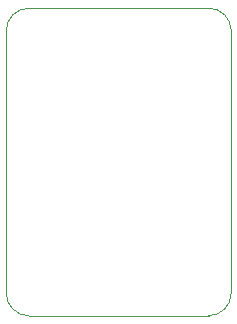
<source format=gbr>
G04 #@! TF.FileFunction,Profile,NP*
%FSLAX46Y46*%
G04 Gerber Fmt 4.6, Leading zero omitted, Abs format (unit mm)*
G04 Created by KiCad (PCBNEW 4.0.2-stable) date 5/25/2016 08:06:47*
%MOMM*%
G01*
G04 APERTURE LIST*
%ADD10C,0.100000*%
G04 APERTURE END LIST*
D10*
X140970000Y-96520000D02*
X140970000Y-118745000D01*
X160020000Y-96520000D02*
X160020000Y-118745000D01*
X158115000Y-120650000D02*
X142875000Y-120650000D01*
X142875000Y-94615000D02*
X158115000Y-94615000D01*
X140970000Y-118745000D02*
G75*
G03X142875000Y-120650000I1905000J0D01*
G01*
X158115000Y-120650000D02*
G75*
G03X160020000Y-118745000I0J1905000D01*
G01*
X160020000Y-96520000D02*
G75*
G03X158115000Y-94615000I-1905000J0D01*
G01*
X142875000Y-94615000D02*
G75*
G03X140970000Y-96520000I0J-1905000D01*
G01*
M02*

</source>
